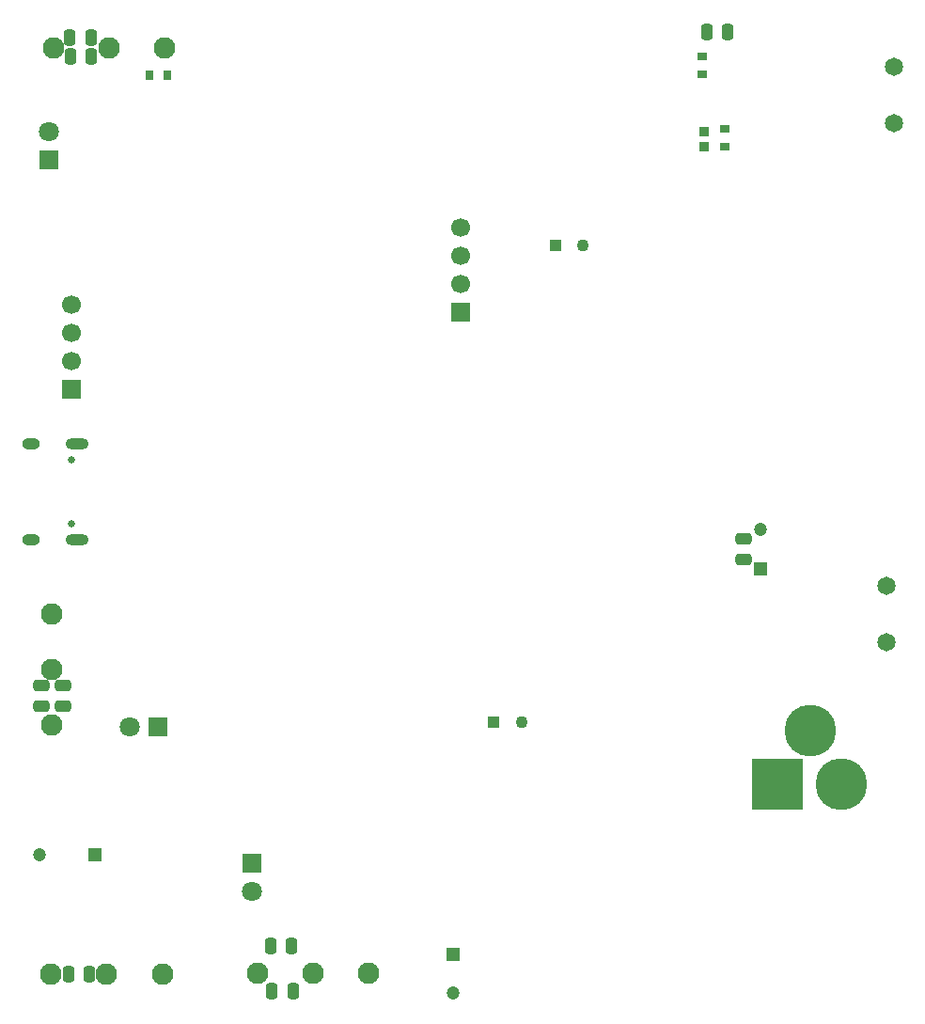
<source format=gbr>
%TF.GenerationSoftware,KiCad,Pcbnew,9.0.7*%
%TF.CreationDate,2026-02-25T21:26:21-06:00*%
%TF.ProjectId,circle_of_life,63697263-6c65-45f6-9f66-5f6c6966652e,rev?*%
%TF.SameCoordinates,Original*%
%TF.FileFunction,Soldermask,Bot*%
%TF.FilePolarity,Negative*%
%FSLAX46Y46*%
G04 Gerber Fmt 4.6, Leading zero omitted, Abs format (unit mm)*
G04 Created by KiCad (PCBNEW 9.0.7) date 2026-02-25 21:26:21*
%MOMM*%
%LPD*%
G01*
G04 APERTURE LIST*
G04 Aperture macros list*
%AMRoundRect*
0 Rectangle with rounded corners*
0 $1 Rounding radius*
0 $2 $3 $4 $5 $6 $7 $8 $9 X,Y pos of 4 corners*
0 Add a 4 corners polygon primitive as box body*
4,1,4,$2,$3,$4,$5,$6,$7,$8,$9,$2,$3,0*
0 Add four circle primitives for the rounded corners*
1,1,$1+$1,$2,$3*
1,1,$1+$1,$4,$5*
1,1,$1+$1,$6,$7*
1,1,$1+$1,$8,$9*
0 Add four rect primitives between the rounded corners*
20,1,$1+$1,$2,$3,$4,$5,0*
20,1,$1+$1,$4,$5,$6,$7,0*
20,1,$1+$1,$6,$7,$8,$9,0*
20,1,$1+$1,$8,$9,$2,$3,0*%
G04 Aperture macros list end*
%ADD10R,1.700000X1.700000*%
%ADD11C,1.700000*%
%ADD12C,0.650000*%
%ADD13O,2.100000X1.000000*%
%ADD14O,1.600000X1.000000*%
%ADD15C,1.950000*%
%ADD16R,1.200000X1.200000*%
%ADD17C,1.200000*%
%ADD18R,4.650000X4.650000*%
%ADD19C,4.650000*%
%ADD20C,1.650000*%
%ADD21R,1.800000X1.800000*%
%ADD22C,1.800000*%
%ADD23R,1.100000X1.100000*%
%ADD24C,1.100000*%
%ADD25R,0.950000X0.800000*%
%ADD26RoundRect,0.250000X-0.250000X-0.475000X0.250000X-0.475000X0.250000X0.475000X-0.250000X0.475000X0*%
%ADD27RoundRect,0.250000X0.475000X-0.250000X0.475000X0.250000X-0.475000X0.250000X-0.475000X-0.250000X0*%
%ADD28R,0.940000X0.810000*%
%ADD29RoundRect,0.250000X0.250000X0.475000X-0.250000X0.475000X-0.250000X-0.475000X0.250000X-0.475000X0*%
%ADD30R,0.800000X0.950000*%
%ADD31RoundRect,0.250000X-0.475000X0.250000X-0.475000X-0.250000X0.475000X-0.250000X0.475000X0.250000X0*%
G04 APERTURE END LIST*
D10*
%TO.C,J7*%
X128900000Y-134700000D03*
D11*
X128900000Y-132160000D03*
X128900000Y-129620000D03*
X128900000Y-127080000D03*
%TD*%
D12*
%TO.C,P1*%
X93830000Y-147970000D03*
X93830000Y-153750000D03*
D13*
X94360000Y-146540000D03*
D14*
X90180000Y-146540000D03*
D13*
X94360000Y-155180000D03*
D14*
X90180000Y-155180000D03*
%TD*%
D15*
%TO.C,J4*%
X92080000Y-171900000D03*
X92080000Y-166900000D03*
X92080000Y-161900000D03*
%TD*%
D10*
%TO.C,J8*%
X93800000Y-141620000D03*
D11*
X93800000Y-139080000D03*
X93800000Y-136540000D03*
X93800000Y-134000000D03*
%TD*%
D15*
%TO.C,J6*%
X92230000Y-110950000D03*
X97230000Y-110950000D03*
X102230000Y-110950000D03*
%TD*%
D16*
%TO.C,C36*%
X128200000Y-192500000D03*
D17*
X128200000Y-196000000D03*
%TD*%
D16*
%TO.C,C12*%
X155850000Y-157780000D03*
D17*
X155850000Y-154280000D03*
%TD*%
D18*
%TO.C,J3*%
X157400000Y-177200000D03*
D19*
X163200000Y-177200000D03*
X160400000Y-172400000D03*
%TD*%
D15*
%TO.C,J2*%
X92000000Y-194300000D03*
X97000000Y-194300000D03*
X102000000Y-194300000D03*
%TD*%
D20*
%TO.C,J11*%
X167931944Y-117649586D03*
X167931944Y-112569586D03*
%TD*%
D21*
%TO.C,D5*%
X91790000Y-120990000D03*
D22*
X91790000Y-118450000D03*
%TD*%
D15*
%TO.C,J5*%
X110600000Y-194200000D03*
X115600000Y-194200000D03*
X120600000Y-194200000D03*
%TD*%
D21*
%TO.C,D6*%
X110090000Y-184300000D03*
D22*
X110090000Y-186840000D03*
%TD*%
D21*
%TO.C,D7*%
X101640000Y-172060000D03*
D22*
X99100000Y-172060000D03*
%TD*%
D20*
%TO.C,J1*%
X167200000Y-159360000D03*
X167200000Y-164440000D03*
%TD*%
D16*
%TO.C,C13*%
X95975000Y-183550000D03*
D17*
X90975000Y-183550000D03*
%TD*%
D23*
%TO.C,C37*%
X137400000Y-128700000D03*
D24*
X139900000Y-128700000D03*
%TD*%
D23*
%TO.C,C29*%
X131850000Y-171600000D03*
D24*
X134350000Y-171600000D03*
%TD*%
D25*
%TO.C,R17*%
X150600000Y-113310000D03*
X150600000Y-111710000D03*
%TD*%
D26*
%TO.C,C34*%
X93700000Y-109950000D03*
X95600000Y-109950000D03*
%TD*%
D27*
%TO.C,C16*%
X154400000Y-156980000D03*
X154400000Y-155080000D03*
%TD*%
D28*
%TO.C,C22*%
X150800000Y-119800000D03*
X150800000Y-118460000D03*
%TD*%
D26*
%TO.C,C35*%
X93740000Y-111700000D03*
X95640000Y-111700000D03*
%TD*%
D29*
%TO.C,C25*%
X152935796Y-109510000D03*
X151035796Y-109510000D03*
%TD*%
D25*
%TO.C,R16*%
X152700000Y-118200000D03*
X152700000Y-119800000D03*
%TD*%
D29*
%TO.C,C32*%
X113780000Y-195800000D03*
X111880000Y-195800000D03*
%TD*%
D30*
%TO.C,R2*%
X100880000Y-113400000D03*
X102480000Y-113400000D03*
%TD*%
D29*
%TO.C,C14*%
X95450000Y-194300000D03*
X93550000Y-194300000D03*
%TD*%
D31*
%TO.C,C30*%
X93100000Y-168320000D03*
X93100000Y-170220000D03*
%TD*%
%TO.C,C31*%
X91100000Y-168320000D03*
X91100000Y-170220000D03*
%TD*%
D29*
%TO.C,C33*%
X113660000Y-191800000D03*
X111760000Y-191800000D03*
%TD*%
M02*

</source>
